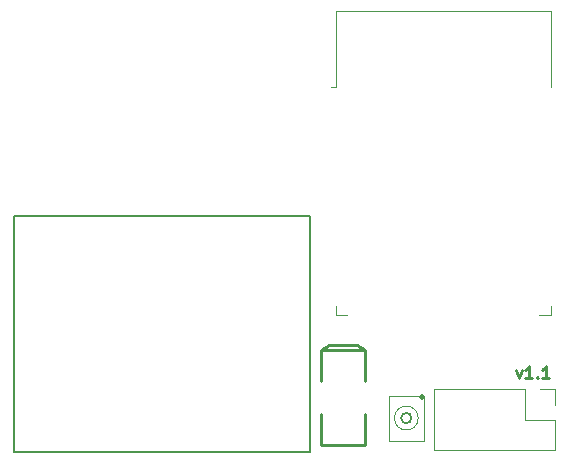
<source format=gbr>
%TF.GenerationSoftware,KiCad,Pcbnew,(5.0.2)-1*%
%TF.CreationDate,2020-06-03T15:28:38+08:00*%
%TF.ProjectId,MixRelays,4d697852-656c-4617-9973-2e6b69636164,rev?*%
%TF.SameCoordinates,Original*%
%TF.FileFunction,Legend,Top*%
%TF.FilePolarity,Positive*%
%FSLAX46Y46*%
G04 Gerber Fmt 4.6, Leading zero omitted, Abs format (unit mm)*
G04 Created by KiCad (PCBNEW (5.0.2)-1) date 2020-06-03 15:28:38*
%MOMM*%
%LPD*%
G01*
G04 APERTURE LIST*
%ADD10C,0.250000*%
%ADD11C,0.120000*%
%ADD12C,0.500000*%
%ADD13C,0.100000*%
%ADD14C,0.150000*%
%ADD15C,0.254000*%
G04 APERTURE END LIST*
D10*
X158157088Y-131141814D02*
X158395183Y-131808480D01*
X158633279Y-131141814D01*
X159538040Y-131808480D02*
X158966612Y-131808480D01*
X159252326Y-131808480D02*
X159252326Y-130808480D01*
X159157088Y-130951338D01*
X159061850Y-131046576D01*
X158966612Y-131094195D01*
X159966612Y-131713242D02*
X160014231Y-131760861D01*
X159966612Y-131808480D01*
X159918993Y-131760861D01*
X159966612Y-131713242D01*
X159966612Y-131808480D01*
X160966612Y-131808480D02*
X160395183Y-131808480D01*
X160680898Y-131808480D02*
X160680898Y-130808480D01*
X160585660Y-130951338D01*
X160490421Y-131046576D01*
X160395183Y-131094195D01*
D11*
X150378160Y-133301680D02*
X147378160Y-133301680D01*
X150390860Y-137157400D02*
X150390860Y-133296600D01*
X150390860Y-137157400D02*
X147378420Y-137157400D01*
X147378420Y-137157400D02*
X147378160Y-133301680D01*
D12*
X150233380Y-133433760D02*
X150230840Y-133433760D01*
D13*
X149885916Y-135183820D02*
G75*
G03X149885916Y-135183820I-1006356J0D01*
G01*
D14*
X149315982Y-135183820D02*
G75*
G03X149315982Y-135183820I-436422J0D01*
G01*
D15*
X141657460Y-129420160D02*
X142307460Y-128957160D01*
X145357460Y-129420160D02*
X144707460Y-128957160D01*
X145357460Y-137434160D02*
X145357460Y-134827160D01*
X141657460Y-137434160D02*
X141657460Y-134827160D01*
X145357460Y-137434160D02*
X141657460Y-137434160D01*
X145357460Y-129420160D02*
X141657460Y-129420160D01*
X145357460Y-132027160D02*
X145357460Y-129420160D01*
X141657460Y-132027160D02*
X141657460Y-129420160D01*
X144707460Y-128957160D02*
X142307460Y-128957160D01*
D11*
X142888840Y-125698700D02*
X142888840Y-126478700D01*
X142888840Y-126478700D02*
X143888840Y-126478700D01*
X161128840Y-125698700D02*
X161128840Y-126478700D01*
X161128840Y-126478700D02*
X160128840Y-126478700D01*
X142888840Y-100733700D02*
X161128840Y-100733700D01*
X161128840Y-100733700D02*
X161128840Y-107153700D01*
X142888840Y-100733700D02*
X142888840Y-107153700D01*
X142888840Y-107153700D02*
X142508840Y-107153700D01*
D14*
X115702080Y-118056660D02*
X140702080Y-118056660D01*
X115702080Y-138056660D02*
X115702080Y-118056660D01*
X140702080Y-138056660D02*
X140702080Y-118056660D01*
X115702080Y-138056660D02*
X140702080Y-138056660D01*
D11*
X151222400Y-132718500D02*
X151222400Y-137918500D01*
X158902400Y-132718500D02*
X151222400Y-132718500D01*
X161502400Y-137918500D02*
X151222400Y-137918500D01*
X158902400Y-132718500D02*
X158902400Y-135318500D01*
X158902400Y-135318500D02*
X161502400Y-135318500D01*
X161502400Y-135318500D02*
X161502400Y-137918500D01*
X160172400Y-132718500D02*
X161502400Y-132718500D01*
X161502400Y-132718500D02*
X161502400Y-134048500D01*
M02*

</source>
